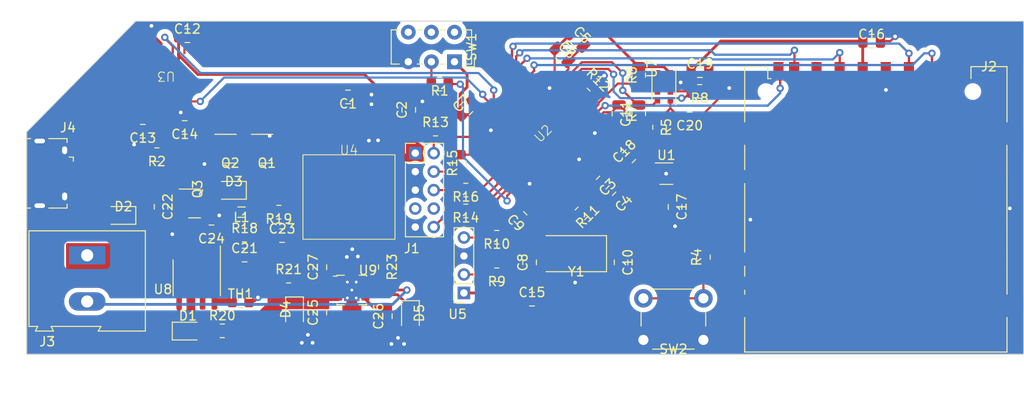
<source format=kicad_pcb>
(kicad_pcb (version 20221018) (generator pcbnew)
  (layers (0 "F.Cu" signal) (31 "B.Cu" signal) (34 "B.Paste" user) (35 "F.Paste" user) (36 "B.SilkS" user "B.Silkscreen") (37 "F.SilkS" user "F.Silkscreen") (38 "B.Mask" user) (39 "F.Mask" user) (44 "Edge.Cuts" user))
  (net 0 "")
  (net 1 "Net-(Q2-D)")
  (net 2 "GND")
  (net 3 "+3V3")
  (net 4 "OSC_IN")
  (net 5 "Net-(C10-Pad2)")
  (net 6 "SENS1_OUT")
  (net 7 "Net-(U7-VCC)")
  (net 8 "Net-(U8-COMP)")
  (net 9 "Net-(C21-Pad2)")
  (net 10 "Net-(D2-K)")
  (net 11 "/Power/BAT+")
  (net 12 "/Power/BAT-")
  (net 13 "Net-(U9-dV{slash}dT)")
  (net 14 "Net-(D1-K)")
  (net 15 "Net-(D1-A)")
  (net 16 "+5V")
  (net 17 "Net-(D3-K)")
  (net 18 "Net-(J1-Pin_2)")
  (net 19 "Net-(J1-Pin_4)")
  (net 20 "Net-(J1-Pin_6)")
  (net 23 "Net-(J1-Pin_10)")
  (net 24 "CS#")
  (net 25 "SPI1_MOSI")
  (net 26 "SPI1_CLK")
  (net 27 "SPI1_MISO")
  (net 28 "SPI1_IRQ")
  (net 30 "Net-(U8-SENSE)")
  (net 31 "Net-(Q1-S)")
  (net 32 "Net-(Q3-G)")
  (net 33 "Net-(SW1-B)")
  (net 34 "BOOT0")
  (net 35 "Net-(U3-RESET#)")
  (net 36 "NRST")
  (net 37 "I2C2_IRQ")
  (net 38 "I2C2_SDA")
  (net 39 "I2C2_CLK")
  (net 40 "I2C1_SDA")
  (net 41 "I2C1_CLK")
  (net 42 "OSC_OUT")
  (net 43 "Net-(U2B-PB2)")
  (net 44 "SWDIO")
  (net 45 "NJTRST")
  (net 46 "SWCLK")
  (net 47 "SWO")
  (net 48 "Net-(U9-EN{slash}UVLO)")
  (net 49 "Net-(U9-ILIM)")
  (net 50 "Net-(U8-NTC)")
  (net 74 "USART1_TX")
  (net 75 "USART1_RX")
  (net 96 "Net-(U7-LDR)")
  (net 98 "Net-(J4-D-)")
  (net 99 "Net-(J4-D+)")
  (footprint "Capacitor_SMD:C_0805_2012Metric" (layer "F.Cu") (at 137.4394 73.504 -90)
    (fp_text reference "C25")
    (fp_text value "0.1uF")
  )
  (footprint "Resistor_SMD:R_0805_2012Metric" (layer "F.Cu") (at 156.591 65.3542)
    (fp_text reference "R10")
    (fp_text value "0 (ph)")
  )
  (footprint "Connector_Card:SD_Hirose_DM1AA_SF_PEJ82" (layer "F.Cu") (at 197.6374 62.3321)
    (fp_text reference "J2")
    (fp_text value "SD_Card")
  )
  (footprint "Capacitor_SMD:C_0805_2012Metric" (layer "F.Cu") (at 175.895 62.0776 90)
    (fp_text reference "C17")
    (fp_text value "0.1uF")
  )
  (footprint "Capacitor_SMD:C_0805_2012Metric" (layer "F.Cu") (at 159.1564 63.2714 135)
    (fp_text reference "C9")
    (fp_text value "100nF")
  )
  (footprint "Capacitor_SMD:C_0805_2012Metric" (layer "F.Cu") (at 122.80251 53.467)
    (fp_text reference "C14")
    (fp_text value "0.1uF")
  )
  (footprint "Capacitor_SMD:C_0805_2012Metric" (layer "F.Cu") (at 160.147 68.072 90)
    (fp_text reference "C8")
    (fp_text value "12pF")
  )
  (footprint "Resistor_SMD:R_0805_2012Metric" (layer "F.Cu") (at 126.873 75.4888)
    (fp_text reference "R20")
    (fp_text value "2k")
  )
  (footprint "Diode_SMD:D_0805_2012Metric" (layer "F.Cu") (at 134.6962 73.504 -90)
    (fp_text reference "D4")
    (fp_text value "D_Schottky")
  )
  (footprint "Resistor_SMD:R_0805_2012Metric" (layer "F.Cu") (at 174.2216 53.4464 -90)
    (fp_text reference "R5")
    (fp_text value "22")
  )
  (footprint "Resistor_SMD:R_0805_2012Metric" (layer "F.Cu") (at 165.7604 62.7634 -135)
    (fp_text reference "R11")
    (fp_text value "47")
  )
  (footprint "Capacitor_SMD:C_0805_2012Metric" (layer "F.Cu") (at 169.8244 51.9684 -90)
    (fp_text reference "C11")
    (fp_text value "100nF")
  )
  (footprint "Package_TO_SOT_SMD:SOT-23" (layer "F.Cu") (at 123.8781 61.6966)
    (fp_text reference "Q3")
    (fp_text value "AO3401A")
  )
  (footprint "Resistor_SMD:R_0805_2012Metric" (layer "F.Cu") (at 178.9684 67.5132 -90)
    (fp_text reference "R4")
    (fp_text value "10k")
  )
  (footprint "Connector_PinHeader_2.00mm:PinHeader_2x05_P2.00mm_Vertical" (layer "F.Cu") (at 147.7678 56.2488)
    (fp_text reference "J1")
    (fp_text value "SWD")
  )
  (footprint "Crystal:Crystal_SMD_0603-2Pin_6.0x3.5mm" (layer "F.Cu") (at 165.1254 67.1322 180)
    (fp_text reference "Y1")
    (fp_text value "16 MHz")
  )
  (footprint "Resistor_SMD:R_0805_2012Metric" (layer "F.Cu") (at 167.0558 48.8442 -45)
    (fp_text reference "R12")
    (fp_text value "10k")
  )
  (footprint "Capacitor_SMD:C_0805_2012Metric" (layer "F.Cu") (at 169.8244 61.1632 -135)
    (fp_text reference "C4")
    (fp_text value "1uF")
  )
  (footprint "Capacitor_SMD:C_0805_2012Metric" (layer "F.Cu") (at 160.401 72.0598 180)
    (fp_text reference "C15")
    (fp_text value "0.1uF")
  )
  (footprint "Diode_SMD:D_0805_2012Metric" (layer "F.Cu") (at 127.7874 60.2742 180)
    (fp_text reference "D3")
    (fp_text value "D_Schottky")
  )
  (footprint "Capacitor_SMD:C_0805_2012Metric" (layer "F.Cu") (at 144.526 73.9104 -90)
    (fp_text reference "C26")
    (fp_text value "1uF")
  )
  (footprint "Resistor_SMD:R_0805_2012Metric" (layer "F.Cu") (at 178.565 49.5602)
    (fp_text reference "R8")
    (fp_text value "0 (ph)")
  )
  (footprint "Capacitor_SMD:C_0805_2012Metric" (layer "F.Cu") (at 170.053 68.072 90)
    (fp_text reference "C10")
    (fp_text value "12pF")
  )
  (footprint "Capacitor_SMD:C_0805_2012Metric" (layer "F.Cu") (at 147.066 51.562 90)
    (fp_text reference "C2")
    (fp_text value "22uF")
  )
  (footprint "TerminalBlock:TerminalBlock_Altech_AK300-2_P5.00mm" (layer "F.Cu") (at 112.2426 67.31 -90)
    (fp_text reference "J3")
    (fp_text value "Screw_Terminal_01x02")
  )
  (footprint "Resistor_SMD:R_0805_2012Metric" (layer "F.Cu") (at 150.4188 48.768)
    (fp_text reference "R1")
    (fp_text value "10k")
  )
  (footprint "Resistor_SMD:R_0805_2012Metric" (layer "F.Cu") (at 153.2382 62.5094)
    (fp_text reference "R14")
    (fp_text value "22")
  )
  (footprint "Package_SON:VSON-10-1EP_3x3mm_P0.5mm_EP1.65x2.4mm_ThermalVias" (layer "F.Cu") (at 140.8964 71.0692)
    (fp_text reference "U9")
    (fp_text value "TPS2592xx")
  )
  (footprint "RC1587:RC1587M3V3T" (layer "F.Cu") (at 140.589 60.8715 180)
    (fp_text reference "U4")
    (fp_text value "RC1587_3V3")
  )
  (footprint "Resistor_SMD:R_0805_2012Metric" (layer "F.Cu") (at 171.961 51.9478 -90)
    (fp_text reference "R7")
    (fp_text value "0 (ph)")
  )
  (footprint "Capacitor_SMD:C_0805_2012Metric" (layer "F.Cu") (at 133.35 65.1764)
    (fp_text reference "C23")
    (fp_text value "22uF")
  )
  (footprint "Capacitor_SMD:C_0805_2012Metric" (layer "F.Cu") (at 165.3032 43.9674 -45)
    (fp_text reference "C5")
    (fp_text value "100nF")
  )
  (footprint "Package_TO_SOT_SMD:SOT-353_SC-70-5" (layer "F.Cu") (at 174.9552 58.4708)
    (fp_text reference "U1")
    (fp_text value "LM20BIM7")
  )
  (footprint "Capacitor_SMD:C_0805_2012Metric" (layer "F.Cu") (at 123.0884 43.5356 180)
    (fp_text reference "C12")
    (fp_text value "0.1uF")
  )
  (footprint "Resistor_SMD:R_0805_2012Metric" (layer "F.Cu") (at 153.2382 60.2488)
    (fp_text reference "R16")
    (fp_text value "22")
  )
  (footprint "Resistor_SMD:R_0805_2012Metric" (layer "F.Cu") (at 119.7864 56.4134)
    (fp_text reference "R2")
    (fp_text value "10k")
  )
  (footprint "Diode_SMD:D_0805_2012Metric" (layer "F.Cu") (at 115.824 62.992 180)
    (fp_text reference "D2")
    (fp_text value "D_Schottky")
  )
  (footprint "Capacitor_SMD:C_0805_2012Metric" (layer "F.Cu") (at 178.5874 47.3202 180)
    (fp_text reference "C19")
    (fp_text value "1uF")
  )
  (footprint "Button_Switch_THT:SW_PUSH_6mm" (layer "F.Cu") (at 172.4672 71.9688)
    (fp_text reference "SW2")
    (fp_text value "SW_Push")
  )
  (footprint "Resistor_SMD:R_0805_2012Metric" (layer "F.Cu") (at 134.0612 69.567 180)
    (fp_text reference "R21")
    (fp_text value "1M")
  )
  (footprint "Capacitor_SMD:C_0805_2012Metric" (layer "F.Cu") (at 120.2436 62.0522 90)
    (fp_text reference "C22")
    (fp_text value "10uF")
  )
  (footprint "Package_TO_SOT_SMD:SOT-23" (layer "F.Cu") (at 127.7343 55.7682)
    (fp_text reference "Q2")
    (fp_text value "AO3401A")
  )
  (footprint "Resistor_SMD:R_0805_2012Metric" (layer "F.Cu") (at 152.527 57.3278 90)
    (fp_text reference "R15")
    (fp_text value "22")
  )
  (footprint "Resistor_SMD:R_0805_2012Metric" (layer "F.Cu") (at 149.9616 53.6448 180)
    (fp_text reference "R13")
    (fp_text value "22")
  )
  (footprint "Capacitor_SMD:C_0805_2012Metric" (layer "F.Cu") (at 125.7046 64.77 180)
    (fp_text reference "C24")
    (fp_text value "0.1uF")
  )
  (footprint "Capacitor_SMD:C_0805_2012Metric" (layer "F.Cu") (at 168.0718 59.436 -135)
    (fp_text reference "C3")
    (fp_text value "100nF")
  )
  (footprint "STM32L100x6_8_B-A:STM32L100RBT6A_LQFP64" (layer "F.Cu") (at 161.4424 54.6608 45)
    (fp_text reference "U2")
    (fp_text value "STM32L100RBT6A_LQFP64")
  )
  (footprint "Resistor_SMD:R_0805_2012Metric" (layer "F.Cu") (at 128.8542 72.2376)
    (fp_text reference "TH1")
    (fp_text value "10k")
  )
  (footprint "Button_Switch_THT:SW_E-Switch_EG1271_SPDT" (layer "F.Cu") (at 152.0135 46.3548 180)
    (fp_text reference "SW1")
    (fp_text value "SW_SPDT")
  )
  (footprint "Resistor_SMD:R_0805_2012Metric" (layer "F.Cu") (at 156.591 69.4182)
    (fp_text reference "R9")
    (fp_text value "0 (ph)")
  )
  (footprint "Resistor_SMD:R_0805_2012Metric" (layer "F.Cu") (at 144.526 68.5764 -90)
    (fp_text reference "R23")
    (fp_text value "100K")
  )
  (footprint "Package_SO:SOIC-8_3.9x4.9mm_P1.27mm" (layer "F.Cu") (at 124.1044 69.7484 -90)
    (fp_text reference "U8")
    (fp_text value "LTC4002ES8-4.2")
  )
  (footprint "Capacitor_SMD:C_0805_2012Metric" (layer "F.Cu") (at 118.2624 53.8734)
    (fp_text reference "C13")
    (fp_text value "0.1uF")
  )
  (footprint "Capacitor_SMD:C_0805_2012Metric" (layer "F.Cu") (at 163.6776 45.593 -45)
    (fp_text reference "C6")
    (fp_text value "10uF")
  )
  (footprint "Package_TO_SOT_SMD:SOT-23" (layer "F.Cu") (at 131.6967 55.7682)
    (fp_text reference "Q1")
    (fp_text value "AO3401A")
  )
  (footprint "Resistor_SMD:R_0805_2012Metric" (layer "F.Cu") (at 129.2879 65.1256 180)
    (fp_text reference "R18")
    (fp_text value "2.2k")
  )
  (footprint "Diode_SMD:D_0805_2012Metric" (layer "F.Cu") (at 147.2438 73.9104 -90)
    (fp_text reference "D5")
    (fp_text value "D_Schottky")
  )
  (footprint "Capacitor_SMD:C_0805_2012Metric" (layer "F.Cu") (at 153.289 51.4096 45)
    (fp_text reference "C7")
    (fp_text value "100nF")
  )
  (footprint "Resistor_SMD:R_0805_2012Metric" (layer "F.Cu") (at 171.961 47.8076 90)
    (fp_text reference "R6")
    (fp_text value "0 (ph)")
  )
  (footprint "Capacitor_SMD:C_0805_2012Metric" (layer "F.Cu") (at 197.1802 44.1198)
    (fp_text reference "C16")
    (fp_text value "0.1uF")
  )
  (footprint "Inductor_SMD:L_0805_2012Metric" (layer "F.Cu") (at 128.9577 62.6364)
    (fp_text reference "L1")
    (fp_text value "6.8 uH")
  )
  (footprint "Capacitor_SMD:C_0805_2012Metric" (layer "F.Cu") (at 170.9166 56.5912 45)
    (fp_text reference "C18")
    (fp_text value "0.1uF")
  )
  (footprint "Connector_USB:USB_Micro-B_Amphenol_10118194_Horizontal" (layer "F.Cu") (at 108.4042 58.4346 -90)
    (fp_text reference "J4")
    (fp_text value "USB_B_Micro")
  )
  (footprint "Sensor:Avago_APDS-9960" (layer "F.Cu") (at 174.69 49.0704 90)
    (fp_text reference "U7")
    (fp_text value "APDS-9960")
  )
  (footprint "Capacitor_SMD:C_0805_2012Metric" (layer "F.Cu") (at 137.4394 68.6018 90)
    (fp_text reference "C27")
    (fp_text value "1nF")
  )
  (footprint "FT231X_USB_TO_UART:FT231_20_LD_SSOP" (layer "F.Cu") (at 120.789865 47.9298 180)
    (fp_text reference "U3")
    (fp_text value "LD_SSOP")
  )
  (footprint "Connector_PinSocket_2.00mm:PinSocket_1x04_P2.00mm_Vertical" (layer "F.Cu") (at 153.035 71.3862 180)
    (fp_text reference "U5")
    (fp_text value "AM2320")
  )
  (footprint "Capacitor_SMD:C_0805_2012Metric" (layer "F.Cu") (at 140.4874 50.165)
    (fp_text reference "C1")
    (fp_text value "10uF")
  )
  (footprint "Resistor_SMD:R_0805_2012Metric" (layer "F.Cu") (at 132.9963 62.6364 180)
    (fp_text reference "R19")
    (fp_text value "68m")
  )
  (footprint "LED_SMD:LED_0805_2012Metric" (layer "F.Cu") (at 123.1415 75.5142)
    (fp_text reference "D1")
    (fp_text value "LED")
  )
  (footprint "Capacitor_SMD:C_0805_2012Metric" (layer "F.Cu") (at 129.2879 67.2846)
    (fp_text reference "C21")
    (fp_text value "0.47uF")
  )
  (footprint "Capacitor_SMD:C_0805_2012Metric" (layer "F.Cu") (at 177.4728 52.532 180)
    (fp_text reference "C20")
    (fp_text value "1uF")
  )
  (gr_poly (pts (xy 105.6894 53.9496) (xy 117.5004 41.9608) (xy 213.6394 41.9608) (xy 213.6394 78.0288) (xy 105.6894 78.0288)) (stroke (width 0.1)) (fill none) (layer "Edge.Cuts"))
  (segment (start 128.6718 55.313915) (end 130.989215 52.9965) (width 0.4572) (layer "F.Cu") (net 1))
  (segment (start 138.049 51.6534) (end 139.5374 50.165) (width 0.4572) (layer "F.Cu") (net 1))
  (segment (start 128.6718 55.7682) (end 128.6718 55.313915) (width 0.4572) (layer "F.Cu") (net 1))
  (segment (start 138.049 52.9965) (end 138.049 51.6534) (width 0.4572) (layer "F.Cu") (net 1))
  (segment (start 130.989215 52.9965) (end 138.049 52.9965) (width 0.4572) (layer "F.Cu") (net 1))
  (segment (start 120.938015 50.6476) (end 120.938015 51.2699) (width 0.3048) (layer "F.Cu") (net 2))
  (segment (start 165.974951 44.639151) (end 164.349351 46.264751) (width 0.23622) (layer "F.Cu") (net 2))
  (segment (start 160.16952 60.529874) (end 159.674633 61.024761) (width 0.23622) (layer "F.Cu") (net 2))
  (segment (start 165.1508 70.2564) (end 168.8186 70.2564) (width 0.23622) (layer "F.Cu") (net 2))
  (segment (start 167.701035 48.376765) (end 168.2242 47.8536) (width 0.23622) (layer "F.Cu") (net 2))
  (segment (start 109.8042 59.0846) (end 109.8042 60.9346) (width 0.25) (layer "F.Cu") (net 2))
  (segment (start 130.2004 65.1256) (end 128.6636 63.5888) (width 0.3048) (layer "F.Cu") (net 2))
  (segment (start 184.0484 63.4492) (end 184.0374 63.4602) (width 0.23622) (layer "F.Cu") (net 2))
  (segment (start 161.3814 70.2564) (end 165.0746 70.2564) (width 0.23622) (layer "F.Cu") (net 2))
  (segment (start 175.895 64.0334) (end 175.895 64.1604) (width 0.23622) (layer "F.Cu") (net 2))
  (segment (start 173.265069 55.919449) (end 174.9298 57.58418) (width 0.23622) (layer "F.Cu") (net 2))
  (segment (start 153.960751 50.737849) (end 153.960751 51.775345) (width 0.23622) (layer "F.Cu") (net 2))
  (segment (start 165.5064 56.9214) (end 166.177874 56.9214) (width 0.23622) (layer "F.Cu") (net 2))
  (segment (start 160.16952 59.58552) (end 160.16952 60.529874) (width 0.23622) (layer "F.Cu") (net 2))
  (segment (start 178.4228 52.532) (end 178.4302 52.532) (width 0.23622) (layer "F.Cu") (net 2))
  (segment (start 126.8499 60.2742) (end 126.8499 59.3367) (width 0.23622) (layer "F.Cu") (net 2))
  (segment (start 169.304146 52.398146) (end 169.8244 52.9184) (width 0.23622) (layer "F.Cu") (net 2))
  (segment (start 184.0374 63.4602) (end 184.0374 67.7321) (width 0.23622) (layer "F.Cu") (net 2))
  (segment (start 169.127249 61.834951) (end 167.400049 60.107751) (width 0.23622) (layer "F.Cu") (net 2))
  (segment (start 198.1302 44.1198) (end 199.2122 44.1198) (width 0.23622) (layer "F.Cu") (net 2))
  (segment (start 119.2022 43.329655) (end 119.2022 42.4688) (width 0.3048) (layer "F.Cu") (net 2))
  (segment (start 183.1374 72.7821) (end 183.1374 71.2321) (width 0.23622) (layer "F.Cu") (net 2))
  (segment (start 127.1396 63.5888) (end 126.5428 62.992) (width 0.3048) (layer "F.Cu") (net 2))
  (segment (start 122.961 42.4582) (end 119.2128 42.4582) (width 0.3048) (layer "F.Cu") (net 2))
  (segment (start 120.938015 51.2699) (end 121.509515 51.8414) (width 0.3048) (layer "F.Cu") (net 2))
  (segment (start 167.2082 53.491194) (end 167.806361 52.893033) (width 0.23622) (layer "F.Cu") (net 2))
  (segment (start 143.129 52.9965) (end 143.129 52.4256) (width 0.23622) (layer "F.Cu") (net 2))
  (segment (start 134.964 65.1764) (end 137.4394 67.6518) (width 0.508) (layer "F.Cu") (net 2))
  (segment (start 176.403 48.5902) (end 176.5046 48.5902) (width 0.23622) (layer "F.Cu") (net 2))
  (segment (start 212.1374 62.2266) (end 212.1408 62.23) (width 0.23622) (layer "F.Cu") (net 2))
  (segment (start 109.8042 55.9346) (end 107.5042 55.9346) (width 0.381) (layer "F.Cu") (net 2))
  (segment (start 155.8036 53.6194) (end 155.956 53.7718) (width 0.23622) (layer "F.Cu") (net 2))
  (segment (start 107.1042 54.9346) (end 107.1042 61.9346) (width 0.25) (layer "F.Cu") (net 2))
  (segment (start 164.349351 47.157655) (end 163.210167 48.296839) (width 0.23622) (layer "F.Cu") (net 2))
  (segment (start 169.152649 61.834951) (end 169.127249 61.834951) (width 0.23622) (layer "F.Cu") (net 2))
  (segment (start 124.0384 43.5356) (end 122.961 42.4582) (width 0.3048) (layer "F.Cu") (net 2))
  (segment (start 117.3226 55.118) (end 117.3124 55.1078) (width 0.381) (layer "F.Cu") (net 2))
  (segment (start 176.5046 48.6918) (end 176.403 48.5902) (width 0.23622) (layer "F.Cu") (net 2))
  (segment (start 126.6546 64.77) (end 126.6546 63.1038) (width 0.3048) (layer "F.Cu") (net 2))
  (segment (start 107.5042 60.9346) (end 107.1042 61.3346) (width 0.25) (layer "F.Cu") (net 2))
  (segment (start 123.75251 53.467) (end 123.75251 53.21671) (width 0.3048) (layer "F.Cu") (net 2))
  (segment (start 174.9298 57.58418) (end 174.9298 58.4708) (width 0.23622) (layer "F.Cu") (net 2))
  (segment (start 179.8828 47.3202) (end 179.5374 47.3202) (width 0.23622) (layer "F.Cu") (net 2))
  (segment (start 117.3124 55.311) (end 117.3226 55.3212) (width 0.381) (layer "F.Cu") (net 2))
  (segment (start 198.7124 47.3821) (end 198.7124 49.3858) (width 0.23622) (layer "F.Cu") (net 2))
  (segment (start 184.0374 63.4382) (end 184.0484 63.4492) (width 0.23622) (layer "F.Cu") (net 2))
  (segment (start 131.567 54.8182) (end 130.7592 54.8182) (width 0.3048) (layer "F.Cu") (net 2))
  (segment (start 181.7624 49.1998) (end 179.8828 47.3202) (width 0.23622) (layer "F.Cu") (net 2))
  (segment (start 126.8499 59.3367) (end 124.9426 57.4294) (width 0.23622) (layer "F.Cu") (net 2))
  (segment (start 183.1374 71.2321) (end 184.0374 70.3321) (width 0.23622) (layer "F.Cu") (net 2))
  (segment (start 166.177874 56.9214) (end 166.745701 57.489227) (width 0.23622) (layer "F.Cu") (net 2))
  (segment (start 117.3124 53.8734) (end 117.3124 55.311) (width 0.381) (layer "F.Cu") (net 2))
  (segment (start 128.6636 63.5888) (end 127.1396 63.5888) (width 0.3048) (layer "F.Cu") (net 2))
  (segment (start 134.3 65.1764) (end 134.964 65.1764) (width 0.508) (layer "F.Cu") (net 2))
  (segment (start 171.588351 55.919449) (end 173.265069 55.919449) (width 0.23622) (layer "F.Cu") (net 2))
  (segment (start 126.6546 63.1038) (end 126.5428 62.992) (width 0.3048) (layer "F.Cu") (net 2))
  (segment (start 123.75251 53.21671) (end 122.3772 51.8414) (width 0.3048) (layer "F.Cu") (net 2))
  (segment (start 158.484649 62.214745) (end 159.674633 61.024761) (width 0.23622) (layer "F.Cu") (net 2))
  (segment (start 164.349351 46.264751) (end 164.349351 47.157655) (width 0.23622) (layer "F.Cu") (net 2))
  (segment (start 161.351 72.0598) (end 163.2712 72.0598) (width 0.23622) (layer "F.Cu") (net 2))
  (segment (start 175.5798 57.8208) (end 174.9298 58.4708) (width 0.23622) (layer "F.Cu") (net 2))
  (segment (start 175.39 48.5854) (end 176.3982 48.5854) (width 0.23622) (layer "F.Cu") (net 2))
  (segment (start 212.1374 54.1321) (end 212.1374 62.2266) (width 0.23622) (layer "F.Cu") (net 2))
  (segment (start 162.306 49.201006) (end 163.210167 48.296839) (width 0.23622) (layer "F.Cu") (net 2))
  (segment (start 130.3659 72.2376) (end 129.7667 72.2376) (width 0.3048) (layer "F.Cu") (net 2))
  (segment (start 176.5046 48.5902) (end 176.5046 48.6918) (width 0.23622) (layer "F.Cu") (net 2))
  (segment (start 163.2712 72.0598) (end 165.0746 70.2564) (width 0.23622) (layer "F.Cu") (net 2))
  (segment (start 178.4302 52.532) (end 181.7624 49.1998) (width 0.23622) (layer "F.Cu") (net 2))
  (segment (start 191.2124 47.3821) (end 193.2333 49.403) (width 0.23622) (layer "F.Cu") (net 2))
  (segment (start 212.1408 62.23) (end 212.1374 62.2334) (width 0.23622) (layer "F.Cu") (net 2))
  (segment (start 119.2128 42.4582) (end 119.2022 42.4688) (width 0.3048) (layer "F.Cu") (net 2))
  (segment (start 122.1994 65.7606) (end 121.4628 65.024) (width 0.508) (layer "F.Cu") (net 2))
  (segment (start 123.9164 57.4294) (end 124.9426 57.4294) (width 0.3048) (layer "F.Cu") (net 2))
  (segment (start 167.2082 54.0766) (end 167.2082 53.491194) (width 0.23622) (layer "F.Cu") (net 2))
  (segment (start 132.0038 54.3814) (end 131.567 54.8182) (width 0.3048) (layer "F.Cu") (net 2))
  (segment (start 168.301248 52.398146) (end 169.304146 52.398146) (width 0.23622) (layer "F.Cu") (net 2))
  (segment (start 160.147 69.022) (end 161.3814 70.2564) (width 0.23622) (layer "F.Cu") (net 2))
  (segment (start 167.701035 49.489435) (end 167.701035 48.376765) (width 0.23622) (layer "F.Cu") (net 2))
  (segment (start 160.147 59.563) (end 160.16952 59.58552) (width 0.23622) (layer "F.Cu") (net 2))
  (segment (start 174.0052 58.4708) (end 174.9298 58.4708) (width 0.23622) (layer "F.Cu") (net 2))
  (segment (start 175.895 63.0276) (end 175.895 64.0334) (width 0.23622) (layer "F.Cu") (net 2))
  (segment (start 117.3226 55.3212) (end 117.3226 55.118) (width 0.381) (layer "F.Cu") (net 2))
  (segment (start 120.252545 45.212) (end 120.252545 44.38) (width 0.3048) (layer "F.Cu") (net 2))
  (segment (start 168.2242 47.8536) (end 168.1226 48.006) (width 0.23622) (layer "F.Cu") (net 2))
  (segment (start 153.960751 51.775345) (end 155.078439 52.893033) (width 0.23622) (layer "F.Cu") (net 2))
  (segment (start 120.252545 44.38) (end 119.2022 43.329655) (width 0.3048) (layer "F.Cu") (net 2))
  (segment (start 124.9426 57.4294) (end 124.9426 56.6724) (width 0.3048) (layer "F.Cu") (net 2))
  (segment (start 184.0374 70.3321) (end 184.0374 67.7321) (width 0.23622) (layer "F.Cu") (net 2))
  (segment (start 165.0746 70.2564) (end 165.1508 70.2564) (width 0.23622) (layer "F.Cu") (net 2))
  (segment (start 155.078439 52.893033) (end 155.078439 52.894239) (width 0.23622) (layer "F.Cu") (net 2))
  (segment (start 193.2333 49.403) (end 198.7296 49.403) (width 0.23622) (layer "F.Cu") (net 2))
  (segment (start 124.9426 56.6724) (end 126.7968 54.8182) (width 0.3048) (layer "F.Cu") (net 2))
  (segment (start 175.9052 57.8208) (end 175.5798 57.8208) (width 0.23622) (layer "F.Cu") (net 2))
  (segment (start 107.5042 55.9346) (end 107.1042 55.5346) (width 0.381) (layer "F.Cu") (net 2))
  (segment (start 121.509515 51.8414) (end 122.3772 51.8414) (width 0.3048) (layer "F.Cu") (net 2))
  (segment (start 168.8186 70.2564) (end 170.053 69.022) (width 0.23622) (layer "F.Cu") (net 2))
  (segment (start 130.7338 71.8697) (end 130.3659 72.2376) (width 0.3048) (layer "F.Cu") (net 2))
  (segment (start 122.1994 67.2734) (end 122.1994 65.7606) (width 0.508) (layer "F.Cu") (net 2))
  (segment (start 183.1374 54.1321) (end 183.1374 57.8821) (width 0.23622) (layer "F.Cu") (net 2))
  (segment (start 167.400049 58.143575) (end 166.745701 57.489227) (width 0.23622) (layer "F.Cu") (net 2))
  (segment (start 183.1374 57.8821) (end 184.0374 58.7821) (width 0.23622) (layer "F.Cu") (net 2))
  (segment (start 120.2436 61.1022) (end 123.9164 57.4294) (width 0.3048) (layer "F.Cu") (net 2))
  (segment (start 198.7124 49.3858) (end 198.7296 49.403) (width 0.23622) (layer "F.Cu") (net 2))
  (segment (start 184.0374 58.7821) (end 184.0374 63.4382) (width 0.23622) (layer "F.Cu") (net 2))
  (segment (start 167.400049 60.107751) (end 167.400049 58.143575) (width 0.23622) (layer "F.Cu") (net 2))
  (segment (start 158.484649 62.599649) (end 158.484649 62.214745) (width 0.23622) (layer "F.Cu") (net 2))
  (segment (start 176.3982 48.5854) (end 176.403 48.5902) (width 0.23622) (layer "F.Cu") (net 2))
  (segment (start 212.1374 62.2334) (end 212.1374 72.7821) (width 0.23622) (layer "F.Cu") (net 2))
  (segment (start 155.078439 52.894239) (end 155.8036 53.6194) (width 0.23622) (layer "F.Cu") (net 2))
  (segment (start 199.2122 44.1198) (end 199.7202 43.6118) (width 0.23622) (layer "F.Cu") (net 2))
  (segment (start 167.806361 52.893033) (end 168.301248 52.398146) (width 0.23622) (layer "F.Cu") (net 2))
  (via (at 136.652 76.7842) (size 0.8) (drill 0.4) (layers "F.Cu" "B.Cu") (net 2))
  (via (at 121.4628 65.024) (size 0.8) (drill 0.4) (layers "F.Cu" "B.Cu") (net 2))
  (via (at 148.5392 50.6476) (size 0.8) (drill 0.4) (layers "F.Cu" "B.Cu") (net 2))
  (via (at 212.1408 62.23) (size 0.8) (drill 0.4) (layers "F.Cu" "B.Cu") (net 2))
  (via (at 124.9426 57.4294) (size 0.8) (drill 0.4) (layers "F.Cu" "B.Cu") (net 2))
  (via (at 162.306 49.201006) (size 0.8) (drill 0.4) (layers "F.Cu" "B.Cu") (net 2))
  (via (at 174.9298 58.4708) (size 0.8) (drill 0.4) (layers "F.Cu" "B.Cu") (net 2))
  (via (at 143.7386 54.864) (size 0.8) (drill 0.4) (layers "F.Cu" "B.Cu") (net 2))
  (via (at 175.895 64.1604) (size 0.8) (drill 0.4) (layers "F.Cu" "B.Cu") (net 2))
  (via (at 181.7624 49.1998) (size 0.8) (drill 0.4) (layers "F.Cu" "B.Cu") (net 2))
  (via (at 140.3604 67.4878) (size 0.8) (drill 0.4) (layers "F.Cu" "B.Cu") (net 2))
  (via (at 141.5542 67.437) (size 0.8) (drill 0.4) (layers "F.Cu" "B.Cu") (net 2))
  (via (at 168.2242 47.8536) (size 0.8) (drill 0.4) (layers "F.Cu" "B.Cu") (net 2))
  (via (at 142.748 54.8894) (size 0.8) (drill 0.4) (layers "F.Cu" "B.Cu") (net 2))
  (via (at 155.956 53.7718) (size 0.8) (drill 0.4) (layers "F.Cu" "B.Cu") (net 2))
  (via (at 143.0274 49.911) (size 0.8) (drill 0.4) (layers "F.Cu" "B.Cu") (net 2))
  (via (at 135.4836 76.7842) (size 0.8) (drill 0.4) (layers "F.Cu" "B.Cu") (net 2))
  (via (at 126.5428 62.992) (size 0.8) (drill 0.4) (layers "F.Cu" "B.Cu") (net 2))
  (via (at 119.2022 42.4688) (size 0.8) (drill 0.4) (layers "F.Cu" "B.Cu") (net 2))
  (via (at 167.2082 54.0766) (size 0.8) (drill 0.4) (layers "F.Cu" "B.Cu") (net 2))
  (via (at 145.1864 76.9112) (size 0.8) (drill 0.4) (layers "F.Cu" "B.Cu") (net 2))
  (via (at 143.0274 50.9524) (size 0.8) (drill 0.4) (layers "F.Cu" "B.Cu") (net 2))
  (via (at 117.3226 55.3212) (size 0.8) (drill 0.4) (layers "F.Cu" "B.Cu") (net 2))
  (via (at 145.8976 76.2508) (size 0.8) (drill 0.4) (layers "F.Cu" "B.Cu") (net 2))
  (via (at 130.7338 71.8697) (size 0.8) (drill 0.4) (layers "F.Cu" "B.Cu") (net 2))
  (via (at 199.7202 43.6118) (size 0.8) (drill 0.4) (layers "F.Cu" "B.Cu") (net 2))
  (via (at 140.9446 66.6496) (size 0.8) (drill 0.4) (layers "F.Cu" "B.Cu") (net 2))
  (via (at 122.3772 51.8414) (size 0.8) (drill 0.4) (layers "F.Cu" "B.Cu") (net 2))
  (via (at 160.147 59.563) (size 0.8) (drill 0.4) (layers "F.Cu" "B.Cu") (net 2))
  (via (at 176.5046 48.5902) (size 0.8) (drill 0.4) (layers "F.Cu" "B.Cu") (net 2))
  (via (at 132.0038 54.3814) (size 0.8) (drill 0.4) (layers "F.Cu" "B.Cu") (net 2))
  (via (at 136.144 75.9206) (size 0.8) (drill 0.4) (layers "F.Cu" "B.Cu") (net 2))
  (via (at 184.0484 63.4492) (size 0.8) (drill 0.4) (layers "F.Cu" "B.Cu") (net 2))
  (via (at 165.5064 56.9214) (size 0.8) (drill 0.4) (layers "F.Cu" "B.Cu") (net 2))
  (via (at 165.0746 70.2564) (size 0.8) (drill 0.4) (layers "F.Cu" "B.Cu") (net 2))
  (via (at 146.558 76.9112) (size 0.8) (drill 0.4) (layers "F.Cu" "B.Cu") (net 2))
  (via (at 198.7296 49.403) (size 0.8) (drill 0.4) (layers "F.Cu" "B.Cu") (net 2))
  (segment (start 120.308385 51.922875) (end 121.85251 53.467) (width 0.3048) (layer "F.Cu") (net 3))
  (segment (start 163.005849 44.921249) (end 164.631449 43.295649) (width 0.3048) (layer "F.Cu") (net 3))
  (segment (start 169.01989 51.82291) (end 168.169378 51.82291) (width 0.23622) (layer "F.Cu") (net 3))
  (segment (start 157.5035 65.3542) (end 157.5035 69.4182) (width 0.3048) (layer "F.Cu") (net 3))
  (segment (start 179.4775 49.1603) (end 177.6374 47.3202) (width 0.381) (layer "F.Cu") (net 3))
  (segment (start 178.9684 64.201) (end 178.9684 66.6007) (width 0.23622) (layer "F.Cu") (net 3))
  (segment (start 168.361549 43.295649) (end 171.961 46.8951) (width 0.3048) (layer "F.Cu") (net 3))
  (segment (start 119.1398 53.7936) (end 119.06 53.8734) (width 0.25) (layer "F.Cu") (net 3))
  (segment (start 147.066 52.512) (end 147.496649 52.081351) (width 0.3048) (layer "F.Cu") (net 3))
  (segment (start 152.617249 49.859416) (end 153.381 49.095665) (width 0.3048) (layer "F.Cu") (net 3))
  (segment (start 170.496151 60.491449) (end 174.534551 60.491449) (width 0.23622) (layer "F.Cu") (net 3))
  (segment (start 170.470751 60.491449) (end 168.743551 58.764249) (width 0.23622) (layer "F.Cu") (net 3))
  (segment (start 171.6663 52.8603) (end 169.8244 51.0184) (width 0.23622) (layer "F.Cu") (net 3))
  (segment (start 120.308385 50.6476) (end 120.308385 51.922875) (width 0.3048) (layer "F.Cu") (net 3))
  (segment (start 196.2302 44.1198) (end 196.2124 44.1376) (width 0.23622) (layer "F.Cu") (net 3))
  (segment (start 158.914549 63.943151) (end 157.5035 65.3542) (width 0.23622) (layer "F.Cu") (net 3))
  (segment (start 120.308385 50.08375) (end 120.308385 50.6476) (width 0.3048) (layer "F.Cu") (net 3))
  (segment (start 168.743551 58.764249) (end 168.727829 58.764249) (width 0.23622) (layer "F.Cu") (net 3))
  (segment (start 119.06 56.2273) (end 118.8739 56.4134) (width 0.25) (layer "F.Cu") (net 3))
  (segment (start 153.381 47.7223) (end 152.0135 46.3548) (width 0.3048) (layer "F.Cu") (net 3))
  (segment (start 122.141435 46.1264) (end 119.049125 49.21871) (width 0.3048) (layer "F.Cu") (net 3))
  (segment (start 147.496649 52.081351) (end 152.617249 52.081351) (width 0.3048) (layer "F.Cu") (net 3))
  (segment (start 171.961 52.8603) (end 172.723 52.8603) (width 0.23622) (layer "F.Cu") (net 3))
  (segment (start 175.895 61.1276) (end 178.9684 64.201) (width 0.23622) (layer "F.Cu") (net 3))
  (segment (start 157.5035 70.1123) (end 159.451 72.0598) (width 0.3048) (layer "F.Cu") (net 3))
  (segment (start 168.727829 58.764249) (end 167.099254 57.135674) (width 0.23622) (layer "F.Cu") (net 3))
  (segment (start 164.631449 43.295649) (end 168.361549 43.295649) (width 0.3048) (layer "F.Cu") (net 3))
  (segment (start 122.141435 45.636635) (end 122.141435 45.484235) (width 0.3048) (layer "F.Cu") (net 3))
  (segment (start 122.141435 46.1264) (end 122.141435 48.2507) (width 0.3048) (layer "F.Cu") (net 3))
  (segment (start 157.5035 69.4182) (end 157.5035 70.9085) (width 0.3048) (layer "F.Cu") (net 3))
  (segment (start 174.6697 46.8951) (end 171.961 46.8951) (width 0.3048) (layer "F.Cu") (net 3))
  (segment (start 119.1672 53.7662) (end 119.06 53.8734) (width 0.3048) (layer "F.Cu") (net 3))
  (segment (start 157.5035 70.9085) (end 157.0177 71.3943) (width 0.3048) (layer "F.Cu") (net 3))
  (segment (start 168.169378 51.82291) (end 167.452808 52.53948) (width 0.23622) (layer "F.Cu") (net 3))
  (segment (start 177.6374 47.3202) (end 180.8378 44.1198) (width 0.3048) (layer "F.Cu") (net 3))
  (segment (start 152.617249 52.081351) (end 153.556255 52.081351) (width 0.3048) (layer "F.Cu") (net 3))
  (segment (start 153.035 71.3862) (end 157.0096 71.3862) (width 0.3048) (layer "F.Cu") (net 3))
  (segment (start 122.141435 48.2507) (end 120.308385 50.08375) (width 0.3048) (layer "F.Cu") (net 3))
  (segment (start 153.556255 52.081351) (end 154.723188 53.248284) (width 0.3048) (layer "F.Cu") (net 3))
  (segment (start 122.141435 45.212) (end 122.141435 46.1264) (width 0.3048) (layer "F.Cu") (net 3))
  (segment (start 118.8739 56.4134) (end 118.8739 54.2119) (width 0.25) (layer "F.Cu") (net 3))
  (segment (start 147.066 52.512) (end 142.2806 47.7266) (width 0.3048) (layer "F.Cu") (net 3))
  (segment (start 124.2314 47.7266) (end 122.141435 45.636635) (width 0.3048) (layer "F.Cu") (net 3))
  (segment (start 152.617249 52.081351) (end 152.617249 49.859416) (width 0.3048) (layer "F.Cu") (net 3))
  (segment (start 122.141435 45.212) (end 122.141435 43.538635) (width 0.3048) (layer "F.Cu") (net 3))
  (segment (start 119.049125 53.710125) (end 119.2124 53.8734) (width 0.3048) (layer "F.Cu") (net 3))
  (segment (start 175.9052 59.1208) (end 175.9052 61.1174) (width 0.23622) (layer "F.Cu") (net 3))
  (segment (start 175.39 47.6154) (end 174.6697 46.8951) (width 0.3048) (layer "F.Cu") (net 3))
  (segment (start 142.2806 47.7266) (end 124.2314 47.7266) (width 0.3048) (layer "F.Cu") (net 3))
  (segment (start 180.8378 44.1198) (end 181.209371 44.1198) (width 0.3048) (layer "F.Cu") (net 3))
  (segment (start 163.005849 44.921249) (end 162.856614 45.070484) (width 0.23622) (layer "F.Cu") (net 3))
  (segment (start 179.4775 49.5602) (end 179.4775 49.1603) (width 0.381) (layer "F.Cu") (net 3))
  (segment (start 175.9052 61.1174) (end 175.895 61.1276) (width 0.23622) (layer "F.Cu") (net 3))
  (segment (start 196.2124 44.1376) (end 196.2124 47.3821) (width 0.3048) (layer "F.Cu") (net 3))
  (segment (start 172.723 52.8603) (end 174.2216 54.3589) (width 0.23622) (layer "F.Cu") (net 3))
  (segment (start 169.8244 51.0184) (end 170.1191 51.0184) (width 0.23622) (layer "F.Cu") (net 3))
  (segment (start 119.049125 49.21871) (end 119.049125 50.6476) (width 0.3048) (layer "F.Cu") (net 3))
  (segment (start 118.8739 54.2119) (end 119.2124 53.8734) (width 0.25) (layer "F.Cu") (net 3))
  (segment (start 174.534551 60.491449) (end 175.9052 59.1208) (width 0.23622) (layer "F.Cu") (net 3))
  (segment (start 119.06 56.4051) (end 119.0517 56.4134) (width 0.25) (layer "F.Cu") (net 3))
  (segment (start 153.381 49.095665) (end 153.381 47.7223) (width 0.3048) (layer "F.Cu") (net 3))
  (segment (start 119.049125 50.6476) (end 119.049125 53.710125) (width 0.3048) (layer "F.Cu") (net 3))
  (segment (start 171.961 52.8603) (end 171.6663 52.8603) (width 0.23622) (layer "F.Cu") (net 3))
  (segment (start 177.3422 47.6154) (end 177.6374 47.3202) (width 0.3048) (layer "F.Cu") (net 3))
  (segment (start 157.5035 69.4182) (end 157.5035 70.1123) (width 0.3048) (layer "F.Cu") (net 3))
  (segment (start 122.141435 43.538635) (end 122.1384 43.5356) (width 0.3048) (layer "F.Cu") (net 3))
  (segment (start 162.856614 45.070484) (end 162.856614 47.943286) (width 0.2286) (layer "F.Cu") (net 3))
  (segment (start 175.39 47.6154) (end 177.3422 47.6154) (width 0.3048) (layer "F.Cu") (net 3))
  (segment (start 170.496151 60.491449) (end 170.470751 60.491449) (width 0.23622) (layer "F.Cu") (net 3))
  (segment (start 159.828151 63.943151) (end 158.914549 63.943151) (width 0.23622) (layer "F.Cu") (net 3))
  (segment (start 159.828151 63.943151) (end 160.028186 63.743116) (width 0.23622) (layer "F.Cu") (net 3))
  (segment (start 160.028186 63.743116) (end 160.028186 61.378314) (width 0.23622) (layer "F.Cu") (net 3))
  (segment (start 157.0096 71.3862) (end 157.0177 71.3943) (width 0.3048) (layer "F.Cu") (net 3))
  (segment (start 169.8244 51.0184) (end 169.01989 51.82291) (width 0.23622) (layer "F.Cu") (net 3))
  (segment (start 196.2302 44.1198) (end 181.209371 44.1198) (width 0.3048) (layer "F.Cu") (net 3))
  (segment (start 164.901911 62.182064) (end 162.9254 64.158575) (width 0.23622) (layer "F.Cu") (net 4))
  (segment (start 160.1572 67.1322) (end 162.9254 67.1322) (width 0.23622) (layer "F.Cu") (net 4))
  (segment (start 160.147 67.122) (end 160.1572 67.1322) (width 0.23622) (layer "F.Cu") (net 4))
  (segment (start 164.901911 60.595185) (end 164.901911 62.182064) (width 0.23622) (layer "F.Cu") (net 4))
  (segment (start 162.9254 64.158575) (end 162.9254 67.1322) (width 0.23622) (layer "F.Cu") (net 4))
  (segment (start 164.270827 59.964101) (end 164.901911 60.595185) (width 0.23622) (layer "F.Cu") (net 4))
  (segment (start 167.3254 67.1322) (end 170.0428 67.1322) (width 0.23622) (layer "F.Cu") (net 5))
  (segment (start 167.3254 65.61887) (end 167.3254 67.1322) (width 0.23622) (layer "F.Cu") (net 5))
  (segment (start 170.0428 67.1322) (end 170.053 67.122) (width 0.23622) (layer "F.Cu") (net 5))
  (segment (start 165.115165 63.408635) (end 167.3254 65.61887) (width 0.23622) (layer "F.Cu") (net 5))
  (segment (start 172.102698 59.1208) (end 174.0052 59.1208) (width 0.23622) (layer "F.Cu") (net 6))
  (segment (start 168.640745 57.262951) (end 170.244849 57.262951) (width 0.23622) (layer "F.Cu") (net 6))
  (segment (start 167.806361 56.428567) (end 168.640745 57.262951) (width 0.23622) (layer "F.Cu") (net 6))
  (segment (start 170.244849 57.262951) (end 172.102698 59.1208) (width 0.23622) (layer "F.Cu") (net 6))
  (segment (start 174.2553 52.5339) (end 175.39 51.3992) (width 0.23622) (layer "F.Cu") (net 7))
  (segment (start 174.2216 52.5339) (end 174.2553 52.5339) (width 0.23622) (layer "F.Cu") (net 7))
  (segment (start 175.39 51.3992) (end 176.5228 52.532) (width 0.23622) (layer "F.Cu") (net 7))
  (segment (start 175.39 50.5254) (end 175.39 51.3992) (width 0.23622) (layer "F.Cu") (net 7))
  (segment (start 128.3267 67.2734) (end 128.3379 67.2846) (width 0.508) (layer "F.Cu") (net 8))
  (segment (start 126.0094 67.2734) (end 128.3267 67.2734) (width 0.23622) (layer "F.Cu") (net 8))
  (segment (start 130.2379 67.2846) (end 130.2379 66.9881) (width 0.23622) (layer "F.Cu") (net 9))
  (segment (start 130.2379 66.9881) (end 128.3754 65.1256) (width 0.23622) (layer "F.Cu") (net 9))
  (segment (start 122.9406 62.6466) (end 122.9406 62.956) (width 0.508) (layer "F.Cu") (net 10))
  (segment (start 121.7676 68.8086) (end 124.1298 68.8086) (width 0.4572) (layer "F.Cu") (net 10))
  (segment (start 120.2334 62.992) (end 120.2436 63.0022) (width 0.508) (layer "F.Cu") (net 10))
  (segment (start 116.7615 62.992) (end 116.7615 63.8025) (width 0.4572) (layer "F.Cu") (net 10))
  (segment (start 116.7615 63.8025) (end 121.7676 68.8086) (width 0.4572) (layer "F.Cu") (net 10))
  (segment (start 124.7394 68.199) (end 124.7394 67.2734) (width 0.4572) (layer "F.Cu") (net 10))
  (segment (start 122.9406 62.956) (end 124.7546 64.77) (width 0.4572) (layer "F.Cu") (net 10))
  (segment (start 124.7394 64.7852) (end 124.7546 64.77) (width 0.508) (layer "F.Cu") (net 10))
  (segment (start 116.7615 62.992) (end 120.2334 62.992) (width 0.4572) (layer "F.Cu") (net 10))
  (segment (start 124.7394 67.2734) (end 124.7394 64.7852) (width 0.4572) (layer "F.Cu") (net 10))
  (segment (start 124.1298 68.8086) (end 124.7394 68.199) (width 0.4572) (layer "F.Cu") (net 10))
  (segment (start 139.4214 72.0692) (end 139.4214 71.1121) (width 0.381) (layer "F.Cu") (net 11))
  (segment (start 123.4694 72.2234) (end 123.4694 72.782585) (width 0.508) (layer "F.Cu") (net 11))
  (segment (start 145.8401 71.5692) (end 142.3714 71.5692) (width 0.3048) (layer "F.Cu") (net 12))
  (segment (start 142.3714 71.0692) (end 142.3714 72.0692) (width 0.3048) (layer "F.Cu") (net 12))
  (segment (start 143.2626 72.9604) (end 142.3714 72.0692) (width 0.3048) (layer "F.Cu") (net 12))
  (segment (start 147.2438 72.9729) (end 145.8401 71.5692) (width 0.3048) (layer "F.Cu") (net 12))
  (segment (start 142.3714 71.0692) (end 146.8628 71.0692) (width 0.3048) (layer "F.Cu") (net 12))
  (segment (start 144.526 72.9604) (end 143.2626 72.9604) (width 0.3048) (layer "F.Cu") (net 12))
  (via (at 146.8628 71.0692) (size 0.8) (drill 0.4) (layers "F.Cu" "B.Cu") (net 12))
  (segment (start 145.3104 72.6216) (end 112.5542 72.6216) (width 0.3048) (layer "B.Cu") (net 12))
  (segment (start 146.8628 71.0692) (end 145.3104 72.6216) (width 0.3048) (layer "B.Cu") (net 12))
  (segment (start 112.5542 72.6216) (end 112.2426 72.31) (width 0.3048) (layer "B.Cu") (net 12))
  (segment (start 137.4394 69.5518) (end 137.952 70.0644) (width 0.3048) (layer "F.Cu") (net 13))
  (segment (start 137.952 70.0644) (end 139.4214 70.0644) (width 0.3048) (layer "F.Cu") (net 13))
  (segment (start 122.204 72.228) (end 122.1994 72.2234) (width 0.508) (layer "F.Cu") (net 14))
  (segment (start 122.204 75.5142) (end 122.204 72.228) (width 0.4572) (layer "F.Cu") (net 14))
  (segment (start 125.9605 75.4888) (end 124.1044 75.4888) (width 0.508) (layer "F.Cu") (net 15))
  (segment (start 124.1044 75.4888) (end 124.079 75.5142) (width 0.508) (layer "F.Cu") (net 15))
  (segment (start 109.8042 57.1346) (end 108.702 57.1346) (width 0.381) (layer "F.Cu") (net 16))
  (segment (start 110.487598 62.992) (end 114.8865 62.992) (width 0.381) (layer "F.Cu") (net 16))
  (segment (start 108.702 57.1346) (end 108.4834 57.3532) (width 0.381) (layer "F.Cu") (net 16))
  (segment (start 108.4834 57.3532) (end 108.4834 60.987802) (width 0.381) (layer "F.Cu") (net 16))
  (segment (start 108.4834 60.987802) (end 110.487598 62.992) (width 0.381) (layer "F.Cu") (net 16))
  (segment (start 127.8952 61.1039) (end 128.7249 60.2742) (width 0.4572) (layer "F.Cu") (net 17))
  (segment (start 126.9554 61.6966) (end 127.8952 62.6364) (width 0.4572) (layer "F.Cu") (net 17))
  (segment (start 127.8952 62.6364) (end 127.8952 61.1039) (width 0.4572) (layer "F.Cu") (net 17))
  (segment (start 124.8156 61.6966) (end 126.9554 61.6966) (width 0.4572) (layer "F.Cu") (net 17))
  (segment (start 149.7678 54.3635) (end 149.7678 56.2488) (width 0.23622) (layer "F.Cu") (net 18))
  (segment (start 149.0491 53.6448) (end 149.7678 54.3635) (width 0.23622) (layer "F.Cu") (net 18))
  (segment (start 152.527 58.2403) (end 152.5185 58.2488) (width 0.23622) (layer "F.Cu") (net 19))
  (segment (start 152.5185 58.2488) (end 149.7678 58.2488) (width 0.23622) (layer "F.Cu") (net 19))
  (segment (start 152.3257 60.2488) (end 149.7678 60.2488) (width 0.23622) (layer "F.Cu") (net 20))
  (segment (start 152.3257 62.5094) (end 151.5072 62.5094) (width 0.23622) (layer "F.Cu") (net 23))
  (segment (start 151.5072 62.5094) (end 149.7678 64.2488) (width 0.23622) (layer "F.Cu") (net 23))
  (segment (start 160.6296 47.341872) (end 160.028186 47.943286) (width 0.25) (layer "F.Cu") (net 24))
  (segment (start 160.6296 46.7106) (end 160.6296 47.341872) (width 0.25) (layer "F.Cu") (net 24))
  (segment (start 203.708 47.3777) (end 203.7124 47.3821) (width 0.25) (layer "F.Cu") (net 24))
  (segment (start 203.708 45.4406) (end 203.708 47.3777) (width 0.25) (layer "F.Cu") (net 24))
  (via (at 160.6296 46.7106) (size 0.8) (drill 0.4) (layers "F.Cu" "B.Cu") (net 24))
  (via (at 203.708 45.4406) (size 0.8) (drill 0.4) (layers "F.Cu" "B.Cu") (net 24))
  (segment (start 203.708 45.4406) (end 202.8698 45.4406) (width 0.25) (layer "B.Cu") (net 24))
  (segment (start 202.8698 45.4406) (end 201.5998 46.7106) (width 0.25) (layer "B.Cu") (net 24))
  (segment (start 201.5998 46.7106) (end 160.6296 46.7106) (width 0.25) (layer "B.Cu") (net 24))
  (segment (start 158.237502 44.802354) (end 158.237502 48.273922) (width 0.25) (layer "F.Cu") (net 25))
  (segment (start 158.350722 44.689134) (end 158.237502 44.802354) (width 0.25) (layer "F.Cu") (net 25))
  (segment (start 158.237502 48.273922) (end 158.967526 49.003946) (width 0.25) (layer "F.Cu") (net 25))
  (segment (start 201.2188 45.4406) (end 201.2188 47.3757) (width 0.25) (layer "F.Cu") (net 25))
  (segment (start 201.2188 47.3757) (end 201.2124 47.3821) (width 0.25) (layer "F.Cu") (net 25))
  (via (at 201.2188 45.4406) (size 0.8) (drill 0.4) (layers "F.Cu" "B.Cu") (net 25))
  (via (at 158.350722 44.689134) (size 0.8) (drill 0.4) (layers "F.Cu" "B.Cu") (net 25))
  (segment (start 200.1636 44.3854) (end 201.2188 45.4406) (width 0.25) (layer "B.Cu") (net 25))
  (segment (start 158.350722 44.689134) (end 158.654456 44.3854) (width 0.25) (layer "B.Cu") (net 25))
  (segment (start 158.654456 44.3854) (end 200.1636 44.3854) (width 0.25) (layer "B.Cu") (net 25))
  (segment (start 193.7258 47.3687) (end 193.7124 47.3821) (width 0.25) (layer "F.Cu") (net 26))
  (segment (start 159.8676 45.9856) (end 159.137502 46.715698) (width 0.25) (layer "F.Cu") (net 26))
  (segment (start 159.137502 47.759708) (end 159.674633 48.296839) (width 0.25) (layer "F.Cu") (net 26))
  (segment (start 159.137502 46.715698) (end 159.137502 47.759708) (width 0.25) (layer "F.Cu") (net 26))
  (segment (start 193.7258 45.3644) (end 193.7258 47.3687) (width 0.25) (layer "F.Cu") (net 26))
  (via (at 159.8676 45.9856) (size 0.8) (drill 0.4) (layers "F.Cu" "B.Cu") (net 26))
  (via (at 193.7258 45.3644) (size 0.8) (drill 0.4) (layers "F.Cu" "B.Cu") (net 26))
  (segment (start 179.8828 46.101) (end 192.9892 46.101) (width 0.25) (layer "B.Cu") (net 26))
  (segment (start 179.7674 45.9856) (end 179.8828 46.101) (width 0.25) (layer "B.Cu") (net 26))
  (segment (start 192.9892 46.101) (end 193.7258 45.3644) (width 0.25) (layer "B.Cu") (net 26))
  (segment (start 159.8676 45.9856) (end 179.7674 45.9856) (width 0.25) (layer "B.Cu") (net 26))
  (segment (start 158.687502 48.016814) (end 159.32108 48.650392) (width 0.25) (layer "F.Cu") (net 27))
  (segment (start 188.8236 47.3459) (end 188.7874 47.3821) (width 0.25) (layer "F.Cu") (net 27))
  (segment (start 159.070351 45.382775) (end 158.687502 45.765624) (width 0.25) (layer "F.Cu") (net 27))
  (segment (start 188.8236 45.1099) (end 188.8236 47.3459) (width 0.25) (layer "F.Cu") (net 27))
  (segment (start 158.687502 45.765624) (end 158.687502 48.016814) (width 0.25) (layer "F.Cu") (net 27))
  (via (at 188.8236 45.1099) (size 0.8) (drill 0.4) (layers "F.Cu" "B.Cu") (net 27))
  (via (at 159.070351 45.382775) (size 0.8) (drill 0.4) (layers "F.Cu" "B.Cu") (net 27))
  (segment (start 159.20492 45.382775) (end 159.477295 45.1104) (width 0.25) (layer "B.Cu") (net 27))
  (segment (start 159.477295 45.1104) (end 179.7304 45.1104) (width 0.25) (layer "B.Cu") (net 27))
  (segment (start 159.070351 45.382775) (end 159.20492 45.382775) (width 0.25) (layer "B.Cu") (net 27))
  (segment (start 188.3405 45.593) (end 188.8236 45.1099) (width 0.25) (layer "B.Cu") (net 27))
  (segment (start 180.213 45.593) (end 188.3405 45.593) (width 0.25) (layer "B.Cu") (net 27))
  (segment (start 179.7304 45.1104) (end 180.213 45.593) (width 0.25) (layer "B.Cu") (net 27))
  (segment (start 187.2742 47.5689) (end 187.0874 47.3821) (width 0.25) (layer "F.Cu") (net 28))
  (segment (start 187.2742 49.2252) (end 187.2742 47.5689) (width 0.25) (layer "F.Cu") (net 28))
  (segment (start 167.099254 52.185926) (end 168.18038 51.1048) (width 0.23622) (layer "F.Cu") (net 28))
  (segment (start 168.18038 51.1048) (end 168.3258 51.1048) (width 0.23622) (layer "F.Cu") (net 28))
  (via (at 168.3258 51.1048) (size 0.8) (drill 0.4) (layers "F.Cu" "B.Cu") (net 28))
  (via (at 187.2742 49.2252) (size 0.8) (drill 0.4) (layers "F.Cu" "B.Cu") (net 28))
  (segment (start 185.928 51.1048) (end 168.3258 51.1048) (width 0.25) (layer "B.Cu") (net 28))
  (segment (start 187.2742 49.2252) (end 187.2742 49.7586) (width 0.25) (layer "B.Cu") (net 28))
  (segment (start 187.2742 49.7586) (end 185.928 51.1048) (width 0.25) (layer "B.Cu") (net 28))
  (segment (start 131.1415 66.503515) (end 131.1415 63.5787) (width 0.4572) (layer "F.Cu") (net 30))
  (segment (start 124.7394 72.2234) (end 124.7394 71.664215) (width 0.508) (layer "F.Cu") (net 30))
  (segment (start 131.1415 63.5787) (end 132.0838 62.6364) (width 0.4572) (layer "F.Cu") (net 30))
  (segment (start 125.609215 70.7944) (end 128.412785 70.7944) (width 0.4572) (layer "F.Cu") (net 30))
  (segment (start 130.0202 62.6364) (end 132.0838 62.6364) (width 0.4572) (layer "F.Cu") (net 30))
  (segment (start 131.1665 66.528515) (end 131.1415 66.503515) (width 0.4572) (layer "F.Cu") (net 30))
  (segment (start 124.7394 71.664215) (end 125.609215 70.7944) (width 0.4572) (layer "F.Cu") (net 30))
  (segment (start 131.1665 68.040685) (end 131.1665 66.528515) (width 0.4572) (layer "F.Cu") (net 30))
  (segment (start 128.412785 70.7944) (end 131.1665 68.040685) (width 0.4572) (layer "F.Cu") (net 30))
  (segment (start 130.7592 56.7182) (end 126.7968 56.7182) (width 0.4572) (layer "F.Cu") (net 31))
  (segment (start 123.4694 67.2734) (end 123.4694 64.767085) (width 0.4572) (layer "F.Cu") (net 32))
  (segment (start 123.4694 64.767085) (end 121.7491 63.046785) (width 0.4572) (layer "F.Cu") (net 32))
  (segment (start 121.7491 61.9381) (end 122.9406 60.7466) (width 0.4572) (layer "F.Cu") (net 32))
  (segment (start 121.7491 63.046785) (end 121.7491 61.9381) (width 0.4572) (layer "F.Cu") (net 32))
  (segment (start 149.5135 46.3548) (end 149.5135 48.7608) (width 0.23622) (layer "F.Cu") (net 33))
  (segment (start 149.5135 48.7608) (end 149.5063 48.768) (width 0.23622) (layer "F.Cu") (net 33))
  (segment (start 152.6286 48.78401) (end 152.61259 48.768) (width 0.23622) (layer "F.Cu") (net 34))
  (segment (start 157.7086 61.4172) (end 157.7086 60.869474) (width 0.23622) (layer "F.Cu") (net 34))
  (segment (start 152.61259 48.768) (end 151.3313 48.768) (width 0.23622) (layer "F.Cu") (net 34))
  (segment (start 157.7086 60.869474) (end 158.613973 59.964101) (width 0.23622) (layer "F.Cu") (net 34))
  (via (at 157.7086 61.4172) (size 0.8) (drill 0.4) (layers "F.Cu" "B.Cu") (net 34))
  (via (at 152.6286 48.78401) (size 0.8) (drill 0.4) (layers "F.Cu" "B.Cu") (net 34))
  (segment (start 152.9334 49.08881) (end 152.9334 56.642) (width 0.23622) (layer "B.Cu") (net 34))
  (segment (start 152.9334 56.642) (end 157.7086 61.4172) (width 0.23622) (layer "B.Cu") (net 34))
  (segment (start 152.6286 48.78401) (end 152.9334 49.08881) (width 0.23622) (layer "B.Cu") (net 34))
  (segment (start 120.6989 56.4134) (end 120.6989 52.978792) (width 0.23622) (layer "F.Cu") (net 35))
  (segment (start 120.6989 52.978792) (end 119.678755 51.958647) (width 0.23622) (layer "F.Cu") (net 35))
  (segment (start 119.678755 51.958647) (end 119.678755 50.6476) (width 0.23622) (layer "F.Cu") (net 35))
  (segment (start 178.9672 71.9688) (end 172.4672 71.9688) (width 0.23622) (layer "F.Cu") (net 36))
  (segment (start 178.9684 68.4257) (end 178.9672 68.4269) (width 0.23622) (layer "F.Cu") (net 36))
  (segment (start 174.14664 68.4257) (end 178.9684 68.4257) (width 0.23622) (layer "F.Cu") (net 36))
  (segment (start 178.9672 68.4269) (end 178.9672 71.9688) (width 0.23622) (layer "F.Cu") (net 36))
  (segment (start 164.977934 59.256994) (end 174.14664 68.4257) (width 0.23622) (layer "F.Cu") (net 36))
  (segment (start 166.745701 51.832373) (end 167.60769 50.970384) (width 0.23622) (layer "F.Cu") (net 37))
  (segment (start 167.60769 50.807349) (end 169.694939 48.7201) (width 0.23622) (layer "F.Cu") (net 37))
  (segment (start 167.60769 50.970384) (end 167.60769 50.807349) (width 0.23622) (layer "F.Cu") (net 37))
  (segment (start 172.7963 49.5554) (end 173.99 49.5554) (width 0.23622) (layer "F.Cu") (net 37))
  (segment (start 171.961 48.7201) (end 172.7963 49.5554) (width 0.23622) (layer "F.Cu") (net 37))
  (segment (start 169.694939 48.7201) (end 171.961 48.7201) (width 0.23622) (layer "F.Cu") (net 37))
  (segment (start 171.961 51.0353) (end 173.4801 51.0353) (width 0.23622) (layer "F.Cu") (net 38))
  (segment (start 170.2308 49.4538) (end 171.8123 51.0353) (width 0.23622) (layer "F.Cu") (net 38))
  (segment (start 171.8123 51.0353) (end 171.961 51.0353) (width 0.23622) (layer "F.Cu") (net 38))
  (segment (start 169.0624 46.4058) (end 165.808312 46.4058) (width 0.23622) (layer "F.Cu") (net 38))
  (segment (start 173.4801 51.0353) (end 173.99 50.5254) (width 0.23622) (layer "F.Cu") (net 38))
  (segment (start 170.2308 47.5742) (end 169.0624 46.4058) (width 0.23622) (layer "F.Cu") (net 38))
  (segment (start 165.808312 46.4058) (end 163.56372 48.650392) (width 0.23622) (layer "F.Cu") (net 38))
  (via (at 170.2308 49.4538) (size 0.8) (drill 0.4) (layers "F.Cu" "B.Cu") (net 38))
  (via (at 170.2308 47.5742) (size 0.8) (drill 0.4) (layers "F.Cu" "B.Cu") (net 38))
  (segment (start 170.2308 47.5742) (end 170.2308 49.4538) (width 0.23622) (layer "B.Cu") (net 38))
  (segment (start 176.6062 50.292) (end 176.9207 50.292) (width 0.23622) (layer "F.Cu") (net 39))
  (segment (start 176.9207 50.292) (end 177.6525 49.5602) (width 0.23622) (layer "F.Cu") (net 39))
  (segment (start 175.39 49.5554) (end 177.6477 49.5554) (width 0.23622) (layer "F.Cu") (net 39))
  (segment (start 169.241267 47.715015) (end 168.653293 47.127041) (width 0.23622) (layer "F.Cu") (net 39))
  (segment (start 177.6477 49.5554) (end 177.6525 49.5602) (width 0.23622) (layer "F.Cu") (net 39))
  (segment (start 165.794179 47.127041) (end 163.917274 49.003946) (width 0.23622) (layer "F.Cu") (net 39))
  (segment (start 168.653293 47.127041) (end 165.794179 47.127041) (width 0.23622) (layer "F.Cu") (net 39))
  (via (at 169.241267 47.715015) (size 0.8) (drill 0.4) (layers "F.Cu" "B.Cu") (net 39))
  (via (at 176.6062 50.292) (size 0.8) (drill 0.4) (layers "F.Cu" "B.Cu") (net 39))
  (segment (start 169.241267 49.581867) (end 169.9514 50.292) (width 0.23622) (layer "B.Cu") (net 39))
  (segment (start 169.9514 50.292) (end 176.6062 50.292) (width 0.23622) (layer "B.Cu") (net 39))
  (segment (start 169.241267 47.715015) (end 169.241267 49.581867) (width 0.23622) (layer "B.Cu") (net 39))
  (segment (start 156.67289 68.42381) (end 155.6785 69.4182) (width 0.23622) (layer "F.Cu") (net 40))
  (segment (start 155.6465 69.3862) (end 153.035 69.3862) (width 0.23622) (layer "F.Cu") (net 40))
  (segment (start 156.67289 61.198076) (end 156.67289 68.42381) (width 0.23622) (layer "F.Cu") (net 40))
  (segment (start 158.260419 59.610547) (end 156.67289 61.198076) (width 0.23622) (layer "F.Cu") (net 40))
  (segment (start 155.6785 69.4182) (end 155.6465 69.3862) (width 0.23622) (layer "F.Cu") (net 40))
  (segment (start 157.906866 59.256994) (end 155.6785 61.48536) (width 0.23622) (layer "F.Cu") (net 41))
  (segment (start 155.6785 61.48536) (end 155.6785 65.3542) (width 0.23622) (layer "F.Cu") (net 41))
  (segment (start 155.6465 65.3862) (end 153.035 65.3862) (width 0.23622) (layer "F.Cu") (net 41))
  (segment (start 155.6785 65.3542) (end 155.6465 65.3862) (width 0.23622) (layer "F.Cu") (net 41))
  (segment (start 166.405635 61.391801) (end 166.405635 62.118165) (width 0.23622) (layer "F.Cu") (net 42))
  (segment (start 164.624381 59.610547) (end 166.405635 61.391801) (width 0.23622) (layer "F.Cu") (net 42))
  (segment (start 164.270827 49.357499) (end 164.765713 48.862613) (width 0.23622) (layer "F.Cu") (net 43))
  (segment (start 164.765713 48.862613) (end 165.746917 48.862613) (width 0.23622) (layer "F.Cu") (net 43))
  (segment (start 165.746917 48.862613) (end 166.410565 48.198965) (width 0.23622) (layer "F.Cu") (net 43))
  (segment (start 150.8741 53.6448) (end 151.71921 54.48991) (width 0.23622) (layer "F.Cu") (net 44))
  (segment (start 156.253451 54.48991) (end 156.67411 54.069251) (width 0.23622) (layer "F.Cu") (net 44))
  (segment (start 155.927712 53.0352) (end 155.431992 52.53948) (width 0.23622) (layer "F.Cu") (net 44))
  (segment (start 151.71921 54.48991) (end 156.253451 54.48991) (width 0.23622) (layer "F.Cu") (net 44))
  (segment (start 156.67411 53.474349) (end 156.234961 53.0352) (width 0.23622) (layer "F.Cu") (net 44))
  (segment (start 156.67411 54.069251) (end 156.67411 53.474349) (width 0.23622) (layer "F.Cu") (net 44))
  (segment (start 156.234961 53.0352) (end 155.927712 53.0352) (width 0.23622) (layer "F.Cu") (net 44))
  (segment (start 156.659774 59.621226) (end 156.659774 59.089872) (width 0.23622) (layer "F.Cu") (net 45))
  (segment (start 154.1507 62.1303) (end 156.659774 59.621226) (width 0.23622) (layer "F.Cu") (net 45))
  (segment (start 156.659774 59.089872) (end 157.199759 58.549887) (width 0.23622) (layer "F.Cu") (net 45))
  (segment (start 154.1507 62.5094) (end 154.1507 62.1303) (width 0.23622) (layer "F.Cu") (net 45))
  (segment (start 154.3846 56.4153) (end 154.724886 56.075014) (width 0.23622) (layer "F.Cu") (net 46))
  (segment (start 152.527 56.4153) (end 154.3846 56.4153) (width 0.23622) (layer "F.Cu") (net 46))
  (segment (start 154.1507 60.2488) (end 154.79374 60.2488) (width 0.23622) (layer "F.Cu") (net 47))
  (segment (start 154.79374 60.2488) (end 156.846206 58.196334) (width 0.23622) (layer "F.Cu") (net 47))
  (segment (start 134.9737 69.567) (end 135.9759 70.5692) (width 0.3048) (layer "F.Cu") (net 48))
  (segment (start 135.9759 70.5692) (end 139.4214 70.5692) (width 0.3048) (layer "F.Cu") (net 48))
  (segment (start 142.3714 70.0692) (end 143.9457 70.0692) (width 0.3048) (layer "F.Cu") (net 49))
  (segment (start 143.9457 70.0692) (end 144.526 69.4889) (width 0.3048) (layer "F.Cu") (net 49))
  (segment (start 127.9275 72.2234) (end 127.9417 72.2376) (width 0.508) (layer "F.Cu") (net 50))
  (segment (start 126.0094 72.2234) (end 127.9275 72.2234) (width 0.508) (layer "F.Cu") (net 50))
  (segment (start 121.511805 45.212) (end 121.511805 44.65828) (width 0.23622) (layer "F.Cu") (net 74))
  (segment (start 121.511805 44.65828) (end 120.65 43.796475) (width 0.23622) (layer "F.Cu") (net 74))
  (segment (start 156.2608 50.53986) (end 156.846206 51.125266) (width 0.23622) (layer "F.Cu") (net 74))
  (segment (start 120.65 43.796475) (end 120.65 43.7134) (width 0.23622) (layer "F.Cu") (net 74))
  (segment (start 156.2608 49.4284) (end 156.2608 50.53986) (width 0.23622) (layer "F.Cu") (net 74))
  (via (at 156.2608 49.4284) (size 0.8) (drill 0.4) (layers "F.Cu" "B.Cu") (net 74))
  (via (at 120.65 43.7134) (size 0.8) (drill 0.4) (layers "F.Cu" "B.Cu") (net 74))
  (segment (start 156.2608 49.4284) (end 156.2608 49.2252) (width 0.23622) (layer "B.Cu") (net 74))
  (segment (start 154.6098 47.5742) (end 124.5108 47.5742) (width 0.23622) (layer "B.Cu") (net 74))
  (segment (start 156.2608 49.2252) (end 154.6098 47.5742) (width 0.23622) (layer "B.Cu") (net 74))
  (segment (start 124.5108 47.5742) (end 120.65 43.7134) (width 0.23622) (layer "B.Cu") (net 74))
  (segment (start 123.456535 50.6476) (end 124.4854 50.6476) (width 0.23622) (layer "F.Cu") (net 75))
  (segment (start 156.492653 51.478819) (end 155.067 50.053166) (width 0.23622) (layer "F.Cu") (net 75))
  (segment (start 155.067 50.053166) (end 155.067 49.8856) (width 0.23622) (layer "F.Cu") (net 75))
  (via (at 124.4854 50.6476) (size 0.8) (drill 0.4) (layers "F.Cu" "B.Cu") (net 75))
  (via (at 155.067 49.8856) (size 0.8) (drill 0.4) (layers "F.Cu" "B.Cu") (net 75))
  (segment (start 153.2478 48.0664) (end 155.067 49.8856) (width 0.23622) (layer "B.Cu") (net 75))
  (segment (start 124.4854 50.6476) (end 127.0666 48.0664) (width 0.23622) (layer "B.Cu") (net 75))
  (segment (start 127.0666 48.0664) (end 153.2478 48.0664) (width 0.23622) (layer "B.Cu") (net 75))
  (segment (start 173.99 48.5854) (end 173.99 47.6154) (width 0.23622) (layer "F.Cu") (net 96))
  (segment (start 109.8042 57.7846) (end 110.8102 57.7846) (width 0.381) (layer "F.Cu") (net 98))
  (segment (start 116.6876 50.6476) (end 117.792665 50.6476) (width 0.381) (layer "F.Cu") (net 98))
  (segment (start 111.1758 56.1594) (end 116.6876 50.6476) (width 0.381) (layer "F.Cu") (net 98))
  (segment (start 111.1758 57.419) (end 111.1758 56.1594) (width 0.381) (layer "F.Cu") (net 98))
  (segment (start 110.8102 57.7846) (end 111.1758 57.419) (width 0.381) (layer "F.Cu") (net 98))
  (segment (start 111.031858 58.4346) (end 109.8042 58.4346) (width 0.381) (layer "F.Cu") (net 99))
  (segment (start 118.419495 50.6476) (end 118.419495 51.046963) (width 0.381) (layer "F.Cu") (net 99))
  (segment (start 118.419495 51.046963) (end 111.031858 58.4346) (width 0.381) (layer "F.Cu") (net 99))
  (segment (start 118.4148 50.652295) (end 118.419495 50.6476) (width 0.25) (layer "F.Cu") (net 99))
  (zone (net 11) (net_name "/Power/BAT+") (layer "F.Cu") (priority 2) (connect_pads yes (clearance 0.5)) (min_thickness 0.25) (fill yes (thermal_gap 0.5) (thermal_bridge_width 0.5))
    (polygon (pts (xy 139.8778 70.866) (xy 139.8778 72.263) (xy 138.4554 72.263) (xy 138.4554 73.152) (xy 133.4008 73.152) (xy 133.4008 70.866)))
  )
  (zone (net 11) (net_name "/Power/BAT+") (layer "F.Cu") (priority 4) (connect_pads yes (clearance 0.5)) (min_thickness 0.25) (fill yes (thermal_gap 0.5) (thermal_bridge_width 0.5))
    (polygon (pts (xy 109.9566 65.9892) (xy 109.9566 70.8152) (xy 122.8344 70.8406) (xy 122.8344 74.1426) (xy 126.7206 74.1426) (xy 127.0254 74.4982) (xy 127.0254 76.454) (xy 128.8034 76.454) (xy 133.4008 73.152) (xy 133.4008 70.866) (xy 130.6068 73.6092) (xy 124.2314 73.4568) (xy 123.9774 73.0758) (xy 123.952 69.9516) (xy 121.2596 69.215) (xy 117.4496 66.0146)))
  )
  (zone (net 2) (net_name "GND") (layer "F.Cu") (connect_pads yes (clearance 0.5)) (min_thickness 0.25) (fill yes (thermal_gap 0.5) (thermal_bridge_width 0.5))
    (polygon (pts (xy 139.8778 69.8718) (xy 139.8778 68.3006) (xy 135.4074 68.297) (xy 135.4074 66.0618) (xy 146.2786 66.0618) (xy 146.2786 68.1446) (xy 141.9352 68.1482) (xy 141.9352 69.8718) (xy 141.9352 73.7072) (xy 148.7678 73.7108) (xy 148.7678 77.3684) (xy 133.0198 77.3902) (xy 132.9944 73.6166) (xy 139.8778 73.642)))
  )
  (zone (net 11) (net_name "/Power/BAT+") (layer "F.Cu") (priority 5) (connect_pads yes (clearance 0.5)) (min_thickness 0.25) (fill yes (thermal_gap 0.5) (thermal_bridge_width 0.5))
    (polygon (pts (xy 133.4008 70.866) (xy 134.0358 70.866) (xy 134.0358 67.2084) (xy 133.4008 66.1416) (xy 133.4008 64.1858) (xy 134.7216 64.1858) (xy 134.7216 55.2704) (xy 131.6736 55.2704) (xy 131.6736 60.4266) (xy 133.0452 61.9506) (xy 133.0452 63.5254) (xy 131.699 64.1096) (xy 131.7752 72.4662)))
  )
  (zone (net 3) (net_name "+3V3") (layer "F.Cu") (priority 3) (connect_pads yes (clearance 0.5)) (min_thickness 0.25) (fill yes (thermal_gap 0.5) (thermal_bridge_width 0.5))
    (polygon (pts (xy 139.6238 51.5112) (xy 141.5796 51.5112) (xy 141.5796 55.8038) (xy 145.8214 55.8038) (xy 145.8214 51.7144) (xy 148.082 51.7144) (xy 148.082 55.0418) (xy 148.6916 55.5244) (xy 148.6916 57.1754) (xy 146.8628 57.1754) (xy 145.4658 56.896) (xy 139.6238 56.896)))
  )
  (zone (net 2) (net_name "GND") (layer "B.Cu") (priority 6) (connect_pads yes (clearance 0.5)) (min_thickness 0.25) (fill yes (thermal_gap 0.5) (thermal_bridge_width 0.5))
    (polygon (pts (xy 213.614 41.9862) (xy 213.614 78.0034) (xy 105.7148 78.0034) (xy 105.7148 41.9862)))
  )
)
</source>
